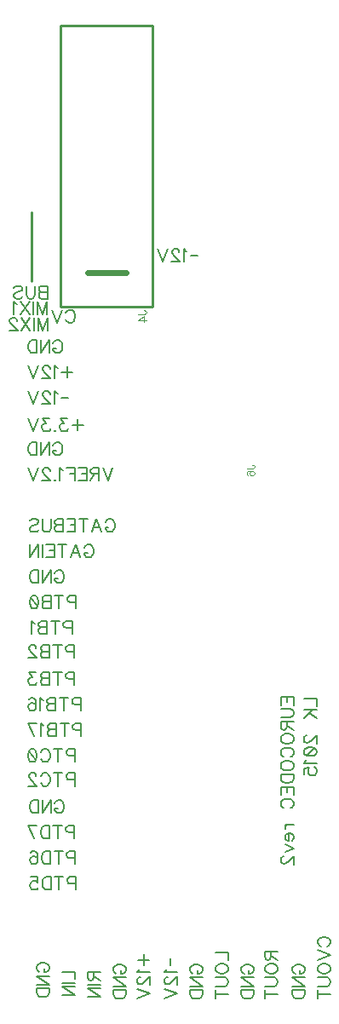
<source format=gbo>
G04 DipTrace 2.4.0.2*
%INcodec_rev2.GBO*%
%MOIN*%
%ADD10C,0.0098*%
%ADD19C,0.024*%
%ADD57C,0.0046*%
%ADD58C,0.0077*%
%FSLAX44Y44*%
G04*
G70*
G90*
G75*
G01*
%LNBotSilk*%
%LPD*%
X5800Y28066D2*
D10*
X2200D1*
Y39066D1*
X5800D1*
Y28066D1*
X3250Y29378D2*
D19*
X4750D1*
X1063Y29066D2*
D10*
Y31753D1*
X5249Y27772D2*
D57*
X5478D1*
X5521Y27786D1*
X5536Y27801D1*
X5550Y27829D1*
Y27858D1*
X5536Y27887D1*
X5521Y27901D1*
X5478Y27916D1*
X5450D1*
X5550Y27536D2*
X5249D1*
X5450Y27679D1*
Y27464D1*
X9490Y21727D2*
X9719D1*
X9762Y21742D1*
X9777Y21756D1*
X9791Y21785D1*
Y21814D1*
X9777Y21842D1*
X9762Y21856D1*
X9719Y21871D1*
X9691D1*
X9533Y21463D2*
X9504Y21477D1*
X9490Y21520D1*
Y21549D1*
X9504Y21592D1*
X9548Y21621D1*
X9619Y21635D1*
X9691D1*
X9748Y21621D1*
X9777Y21592D1*
X9791Y21549D1*
Y21534D1*
X9777Y21492D1*
X9748Y21463D1*
X9705Y21448D1*
X9691D1*
X9648Y21463D1*
X9619Y21492D1*
X9605Y21534D1*
Y21549D1*
X9619Y21592D1*
X9648Y21621D1*
X9691Y21635D1*
X7577Y30058D2*
D58*
X7301D1*
X7147Y30214D2*
X7099Y30238D1*
X7027Y30309D1*
Y29807D1*
X6848Y30190D2*
Y30214D1*
X6824Y30262D1*
X6801Y30285D1*
X6752Y30309D1*
X6657D1*
X6609Y30285D1*
X6586Y30262D1*
X6561Y30214D1*
Y30166D1*
X6586Y30118D1*
X6633Y30047D1*
X6872Y29807D1*
X6537D1*
X6383Y30310D2*
X6192Y29807D1*
X6001Y30310D1*
X1689Y28872D2*
Y28370D1*
X1473D1*
X1401Y28394D1*
X1377Y28418D1*
X1354Y28465D1*
Y28537D1*
X1377Y28585D1*
X1401Y28609D1*
X1473Y28633D1*
X1401Y28657D1*
X1377Y28681D1*
X1354Y28728D1*
Y28776D1*
X1377Y28824D1*
X1401Y28848D1*
X1473Y28872D1*
X1689D1*
Y28633D2*
X1473D1*
X1199Y28872D2*
Y28513D1*
X1176Y28442D1*
X1127Y28394D1*
X1056Y28370D1*
X1008D1*
X936Y28394D1*
X888Y28442D1*
X864Y28513D1*
Y28872D1*
X375Y28800D2*
X423Y28848D1*
X494Y28872D1*
X590D1*
X662Y28848D1*
X710Y28800D1*
Y28753D1*
X686Y28705D1*
X662Y28681D1*
X614Y28657D1*
X471Y28609D1*
X423Y28585D1*
X399Y28561D1*
X375Y28513D1*
Y28442D1*
X423Y28394D1*
X494Y28370D1*
X590D1*
X662Y28394D1*
X710Y28442D1*
X1293Y27745D2*
Y28247D1*
X1484Y27745D1*
X1676Y28247D1*
Y27745D1*
X1139Y28247D2*
Y27745D1*
X984Y28247D2*
X649Y27745D1*
Y28247D2*
X984Y27745D1*
X495Y28151D2*
X447Y28175D1*
X375Y28246D1*
Y27745D1*
X1321Y27120D2*
Y27622D1*
X1512Y27120D1*
X1703Y27622D1*
Y27120D1*
X1166Y27622D2*
Y27120D1*
X1012Y27622D2*
X677Y27120D1*
Y27622D2*
X1012Y27120D1*
X498Y27502D2*
Y27526D1*
X474Y27574D1*
X451Y27598D1*
X403Y27621D1*
X307D1*
X259Y27598D1*
X236Y27574D1*
X211Y27526D1*
Y27478D1*
X236Y27430D1*
X283Y27359D1*
X522Y27120D1*
X188D1*
X1916Y26627D2*
X1940Y26675D1*
X1988Y26723D1*
X2036Y26747D1*
X2131D1*
X2179Y26723D1*
X2227Y26675D1*
X2251Y26627D1*
X2275Y26556D1*
Y26436D1*
X2251Y26364D1*
X2227Y26316D1*
X2179Y26269D1*
X2131Y26244D1*
X2036D1*
X1988Y26269D1*
X1940Y26316D1*
X1916Y26364D1*
Y26436D1*
X2036D1*
X1427Y26747D2*
Y26244D1*
X1762Y26747D1*
Y26244D1*
X1273Y26747D2*
Y26244D1*
X1105D1*
X1033Y26269D1*
X985Y26316D1*
X961Y26364D1*
X938Y26436D1*
Y26556D1*
X961Y26627D1*
X985Y26675D1*
X1033Y26723D1*
X1105Y26747D1*
X1273D1*
X2454Y25711D2*
Y25280D1*
X2669Y25495D2*
X2238D1*
X2084Y25651D2*
X2036Y25675D1*
X1964Y25746D1*
Y25244D1*
X1785Y25627D2*
Y25651D1*
X1761Y25699D1*
X1738Y25722D1*
X1689Y25746D1*
X1594D1*
X1546Y25722D1*
X1523Y25699D1*
X1498Y25651D1*
Y25603D1*
X1523Y25555D1*
X1570Y25484D1*
X1809Y25244D1*
X1474D1*
X1320Y25747D2*
X1129Y25244D1*
X938Y25747D1*
X2514Y24495D2*
X2238D1*
X2084Y24650D2*
X2036Y24675D1*
X1964Y24746D1*
Y24244D1*
X1785Y24627D2*
Y24650D1*
X1761Y24699D1*
X1738Y24722D1*
X1689Y24746D1*
X1594D1*
X1546Y24722D1*
X1523Y24699D1*
X1498Y24650D1*
Y24603D1*
X1523Y24555D1*
X1570Y24484D1*
X1809Y24244D1*
X1474D1*
X1320Y24747D2*
X1129Y24244D1*
X938Y24747D1*
X2871Y23648D2*
Y23217D1*
X3086Y23432D2*
X2656D1*
X2453Y23683D2*
X2191D1*
X2334Y23492D1*
X2262D1*
X2214Y23468D1*
X2191Y23445D1*
X2166Y23373D1*
Y23325D1*
X2191Y23253D1*
X2238Y23205D1*
X2310Y23182D1*
X2382D1*
X2453Y23205D1*
X2477Y23230D1*
X2501Y23277D1*
X1988Y23230D2*
X2012Y23205D1*
X1988Y23182D1*
X1964Y23205D1*
X1988Y23230D1*
X1761Y23683D2*
X1499D1*
X1642Y23492D1*
X1570D1*
X1523Y23468D1*
X1499Y23445D1*
X1474Y23373D1*
Y23325D1*
X1499Y23253D1*
X1546Y23205D1*
X1618Y23182D1*
X1690D1*
X1761Y23205D1*
X1785Y23230D1*
X1809Y23277D1*
X1320Y23684D2*
X1129Y23182D1*
X938Y23684D1*
X1916Y22627D2*
X1940Y22675D1*
X1988Y22723D1*
X2036Y22746D1*
X2131D1*
X2179Y22723D1*
X2227Y22675D1*
X2251Y22627D1*
X2275Y22555D1*
Y22435D1*
X2251Y22364D1*
X2227Y22316D1*
X2179Y22268D1*
X2131Y22244D1*
X2036D1*
X1988Y22268D1*
X1940Y22316D1*
X1916Y22364D1*
Y22435D1*
X2036D1*
X1427Y22746D2*
Y22244D1*
X1762Y22746D1*
Y22244D1*
X1273Y22746D2*
Y22244D1*
X1105D1*
X1033Y22268D1*
X985Y22316D1*
X961Y22364D1*
X938Y22435D1*
Y22555D1*
X961Y22627D1*
X985Y22675D1*
X1033Y22723D1*
X1105Y22746D1*
X1273D1*
X4243Y21746D2*
X4052Y21244D1*
X3860Y21746D1*
X3706Y21507D2*
X3491D1*
X3419Y21531D1*
X3395Y21555D1*
X3371Y21603D1*
Y21651D1*
X3395Y21698D1*
X3419Y21723D1*
X3491Y21746D1*
X3706D1*
Y21244D1*
X3539Y21507D2*
X3371Y21244D1*
X2906Y21746D2*
X3217D1*
Y21244D1*
X2906D1*
X3217Y21507D2*
X3026D1*
X2441Y21746D2*
X2752D1*
Y21244D1*
Y21507D2*
X2561D1*
X2286Y21650D2*
X2238Y21674D1*
X2166Y21746D1*
Y21244D1*
X1988Y21292D2*
X2012Y21268D1*
X1988Y21244D1*
X1964Y21268D1*
X1988Y21292D1*
X1785Y21626D2*
Y21650D1*
X1761Y21698D1*
X1738Y21722D1*
X1689Y21746D1*
X1594D1*
X1546Y21722D1*
X1523Y21698D1*
X1498Y21650D1*
Y21603D1*
X1523Y21555D1*
X1570Y21483D1*
X1809Y21244D1*
X1474D1*
X1320Y21746D2*
X1129Y21244D1*
X938Y21746D1*
X3960Y19627D2*
X3984Y19674D1*
X4032Y19722D1*
X4079Y19746D1*
X4175D1*
X4223Y19722D1*
X4270Y19674D1*
X4295Y19627D1*
X4319Y19555D1*
Y19435D1*
X4295Y19364D1*
X4270Y19316D1*
X4223Y19268D1*
X4175Y19244D1*
X4079D1*
X4032Y19268D1*
X3984Y19316D1*
X3960Y19364D1*
Y19435D1*
X4079D1*
X3422Y19244D2*
X3614Y19746D1*
X3805Y19244D1*
X3734Y19411D2*
X3494D1*
X3101Y19746D2*
Y19244D1*
X3268Y19746D2*
X2933D1*
X2468D2*
X2779D1*
Y19244D1*
X2468D1*
X2779Y19507D2*
X2587D1*
X2314Y19746D2*
Y19244D1*
X2098D1*
X2026Y19268D1*
X2003Y19292D1*
X1979Y19339D1*
Y19411D1*
X2003Y19459D1*
X2026Y19483D1*
X2098Y19507D1*
X2026Y19531D1*
X2003Y19555D1*
X1979Y19602D1*
Y19650D1*
X2003Y19698D1*
X2026Y19722D1*
X2098Y19746D1*
X2314D1*
Y19507D2*
X2098D1*
X1824Y19746D2*
Y19387D1*
X1801Y19316D1*
X1753Y19268D1*
X1681Y19244D1*
X1633D1*
X1561Y19268D1*
X1513Y19316D1*
X1489Y19387D1*
Y19746D1*
X1000Y19674D2*
X1048Y19722D1*
X1119Y19746D1*
X1215D1*
X1287Y19722D1*
X1335Y19674D1*
Y19627D1*
X1311Y19579D1*
X1287Y19555D1*
X1239Y19531D1*
X1096Y19483D1*
X1048Y19459D1*
X1024Y19435D1*
X1000Y19387D1*
Y19316D1*
X1048Y19268D1*
X1119Y19244D1*
X1215D1*
X1287Y19268D1*
X1335Y19316D1*
X3136Y18627D2*
X3159Y18674D1*
X3207Y18722D1*
X3255Y18746D1*
X3351D1*
X3399Y18722D1*
X3446Y18674D1*
X3471Y18627D1*
X3494Y18555D1*
Y18435D1*
X3471Y18364D1*
X3446Y18315D1*
X3399Y18268D1*
X3351Y18244D1*
X3255D1*
X3207Y18268D1*
X3159Y18315D1*
X3136Y18364D1*
Y18435D1*
X3255D1*
X2598Y18244D2*
X2790Y18746D1*
X2981Y18244D1*
X2909Y18411D2*
X2670D1*
X2276Y18746D2*
Y18244D1*
X2444Y18746D2*
X2109D1*
X1644D2*
X1954D1*
Y18244D1*
X1644D1*
X1954Y18507D2*
X1763D1*
X1489Y18746D2*
Y18244D1*
X1000Y18746D2*
Y18244D1*
X1335Y18746D1*
Y18244D1*
X1979Y17627D2*
X2003Y17674D1*
X2051Y17722D1*
X2098Y17746D1*
X2194D1*
X2242Y17722D1*
X2289Y17674D1*
X2314Y17627D1*
X2337Y17555D1*
Y17435D1*
X2314Y17363D1*
X2289Y17315D1*
X2242Y17268D1*
X2194Y17243D1*
X2098D1*
X2051Y17268D1*
X2003Y17315D1*
X1979Y17363D1*
Y17435D1*
X2098D1*
X1489Y17746D2*
Y17243D1*
X1824Y17746D1*
Y17243D1*
X1335Y17746D2*
Y17243D1*
X1168D1*
X1096Y17268D1*
X1048Y17315D1*
X1024Y17363D1*
X1000Y17435D1*
Y17555D1*
X1024Y17627D1*
X1048Y17674D1*
X1096Y17722D1*
X1168Y17746D1*
X1335D1*
X2803Y16483D2*
X2587D1*
X2516Y16506D1*
X2492Y16531D1*
X2468Y16578D1*
Y16650D1*
X2492Y16698D1*
X2516Y16722D1*
X2587Y16746D1*
X2803D1*
Y16243D1*
X2146Y16746D2*
Y16243D1*
X2314Y16746D2*
X1979D1*
X1824D2*
Y16243D1*
X1609D1*
X1537Y16268D1*
X1513Y16291D1*
X1489Y16339D1*
Y16411D1*
X1513Y16459D1*
X1537Y16483D1*
X1609Y16506D1*
X1537Y16531D1*
X1513Y16555D1*
X1489Y16602D1*
Y16650D1*
X1513Y16698D1*
X1537Y16722D1*
X1609Y16746D1*
X1824D1*
Y16506D2*
X1609D1*
X1191Y16745D2*
X1263Y16721D1*
X1311Y16650D1*
X1335Y16530D1*
Y16458D1*
X1311Y16339D1*
X1263Y16267D1*
X1191Y16243D1*
X1144D1*
X1072Y16267D1*
X1024Y16339D1*
X1000Y16458D1*
Y16530D1*
X1024Y16650D1*
X1072Y16721D1*
X1144Y16745D1*
X1191D1*
X1024Y16650D2*
X1311Y16339D1*
X2651Y15483D2*
X2435D1*
X2364Y15506D1*
X2339Y15531D1*
X2316Y15578D1*
Y15650D1*
X2339Y15698D1*
X2364Y15722D1*
X2435Y15746D1*
X2651D1*
Y15243D1*
X1994Y15746D2*
Y15243D1*
X2161Y15746D2*
X1826D1*
X1672D2*
Y15243D1*
X1456D1*
X1384Y15268D1*
X1361Y15291D1*
X1337Y15339D1*
Y15411D1*
X1361Y15459D1*
X1384Y15483D1*
X1456Y15506D1*
X1384Y15531D1*
X1361Y15554D1*
X1337Y15602D1*
Y15650D1*
X1361Y15698D1*
X1384Y15722D1*
X1456Y15746D1*
X1672D1*
Y15506D2*
X1456D1*
X1183Y15650D2*
X1134Y15674D1*
X1063Y15745D1*
Y15243D1*
X2741Y14545D2*
X2525D1*
X2454Y14569D1*
X2429Y14593D1*
X2406Y14641D1*
Y14712D1*
X2429Y14760D1*
X2454Y14784D1*
X2525Y14808D1*
X2741D1*
Y14306D1*
X2084Y14808D2*
Y14306D1*
X2251Y14808D2*
X1916D1*
X1762D2*
Y14306D1*
X1546D1*
X1474Y14330D1*
X1451Y14354D1*
X1427Y14401D1*
Y14473D1*
X1451Y14521D1*
X1474Y14545D1*
X1546Y14569D1*
X1474Y14593D1*
X1451Y14617D1*
X1427Y14664D1*
Y14712D1*
X1451Y14760D1*
X1474Y14784D1*
X1546Y14808D1*
X1762D1*
Y14569D2*
X1546D1*
X1248Y14688D2*
Y14712D1*
X1224Y14760D1*
X1201Y14784D1*
X1153Y14808D1*
X1057D1*
X1009Y14784D1*
X986Y14760D1*
X961Y14712D1*
Y14664D1*
X986Y14616D1*
X1033Y14545D1*
X1273Y14306D1*
X938D1*
X2741Y13482D2*
X2525D1*
X2454Y13506D1*
X2429Y13530D1*
X2406Y13578D1*
Y13650D1*
X2429Y13697D1*
X2454Y13722D1*
X2525Y13745D1*
X2741D1*
Y13243D1*
X2084Y13745D2*
Y13243D1*
X2251Y13745D2*
X1916D1*
X1762D2*
Y13243D1*
X1546D1*
X1474Y13267D1*
X1451Y13291D1*
X1427Y13339D1*
Y13411D1*
X1451Y13459D1*
X1474Y13482D1*
X1546Y13506D1*
X1474Y13530D1*
X1451Y13554D1*
X1427Y13602D1*
Y13650D1*
X1451Y13697D1*
X1474Y13722D1*
X1546Y13745D1*
X1762D1*
Y13506D2*
X1546D1*
X1224Y13745D2*
X962D1*
X1105Y13554D1*
X1033D1*
X986Y13530D1*
X962Y13506D1*
X938Y13434D1*
Y13387D1*
X962Y13315D1*
X1009Y13267D1*
X1081Y13243D1*
X1153D1*
X1224Y13267D1*
X1248Y13291D1*
X1273Y13339D1*
X2991Y12482D2*
X2775D1*
X2704Y12506D1*
X2679Y12530D1*
X2656Y12578D1*
Y12650D1*
X2679Y12697D1*
X2704Y12722D1*
X2775Y12745D1*
X2991D1*
Y12243D1*
X2334Y12745D2*
Y12243D1*
X2501Y12745D2*
X2166D1*
X2012D2*
Y12243D1*
X1796D1*
X1724Y12267D1*
X1701Y12291D1*
X1677Y12339D1*
Y12410D1*
X1701Y12459D1*
X1724Y12482D1*
X1796Y12506D1*
X1724Y12530D1*
X1701Y12554D1*
X1677Y12602D1*
Y12650D1*
X1701Y12697D1*
X1724Y12722D1*
X1796Y12745D1*
X2012D1*
Y12506D2*
X1796D1*
X1523Y12649D2*
X1474Y12674D1*
X1403Y12745D1*
Y12243D1*
X961Y12674D2*
X985Y12721D1*
X1057Y12745D1*
X1105D1*
X1176Y12721D1*
X1224Y12649D1*
X1248Y12530D1*
Y12410D1*
X1224Y12315D1*
X1176Y12267D1*
X1105Y12243D1*
X1081D1*
X1009Y12267D1*
X961Y12315D1*
X938Y12387D1*
Y12410D1*
X961Y12482D1*
X1009Y12530D1*
X1081Y12554D1*
X1105D1*
X1176Y12530D1*
X1224Y12482D1*
X1248Y12410D1*
X3015Y11482D2*
X2799D1*
X2728Y11506D1*
X2704Y11530D1*
X2680Y11578D1*
Y11650D1*
X2704Y11697D1*
X2728Y11721D1*
X2799Y11745D1*
X3015D1*
Y11243D1*
X2358Y11745D2*
Y11243D1*
X2526Y11745D2*
X2191D1*
X2036D2*
Y11243D1*
X1821D1*
X1749Y11267D1*
X1725Y11291D1*
X1701Y11338D1*
Y11410D1*
X1725Y11458D1*
X1749Y11482D1*
X1821Y11506D1*
X1749Y11530D1*
X1725Y11554D1*
X1701Y11602D1*
Y11650D1*
X1725Y11697D1*
X1749Y11721D1*
X1821Y11745D1*
X2036D1*
Y11506D2*
X1821D1*
X1547Y11649D2*
X1499Y11673D1*
X1427Y11745D1*
Y11243D1*
X1177D2*
X938Y11745D1*
X1273D1*
X2764Y10482D2*
X2549D1*
X2477Y10506D1*
X2453Y10530D1*
X2429Y10578D1*
Y10650D1*
X2453Y10697D1*
X2477Y10721D1*
X2549Y10745D1*
X2764D1*
Y10243D1*
X2107Y10745D2*
Y10243D1*
X2275Y10745D2*
X1940D1*
X1427Y10626D2*
X1451Y10673D1*
X1499Y10721D1*
X1546Y10745D1*
X1642D1*
X1690Y10721D1*
X1738Y10673D1*
X1762Y10626D1*
X1786Y10554D1*
Y10434D1*
X1762Y10363D1*
X1738Y10315D1*
X1690Y10267D1*
X1642Y10243D1*
X1546D1*
X1499Y10267D1*
X1451Y10315D1*
X1427Y10363D1*
X1129Y10745D2*
X1201Y10721D1*
X1249Y10649D1*
X1273Y10530D1*
Y10458D1*
X1249Y10338D1*
X1201Y10267D1*
X1129Y10243D1*
X1081D1*
X1009Y10267D1*
X962Y10338D1*
X938Y10458D1*
Y10530D1*
X962Y10649D1*
X1009Y10721D1*
X1081Y10745D1*
X1129D1*
X962Y10649D2*
X1249Y10338D1*
X2764Y9544D2*
X2549D1*
X2477Y9568D1*
X2453Y9593D1*
X2429Y9640D1*
Y9712D1*
X2453Y9759D1*
X2477Y9784D1*
X2549Y9808D1*
X2764D1*
Y9305D1*
X2107Y9808D2*
Y9305D1*
X2275Y9808D2*
X1940D1*
X1427Y9688D2*
X1451Y9736D1*
X1499Y9784D1*
X1546Y9808D1*
X1642D1*
X1690Y9784D1*
X1738Y9736D1*
X1762Y9688D1*
X1786Y9616D1*
Y9496D1*
X1762Y9425D1*
X1738Y9377D1*
X1690Y9329D1*
X1642Y9305D1*
X1546D1*
X1499Y9329D1*
X1451Y9377D1*
X1427Y9425D1*
X1248Y9688D2*
Y9711D1*
X1224Y9759D1*
X1201Y9783D1*
X1153Y9807D1*
X1057D1*
X1009Y9783D1*
X986Y9759D1*
X961Y9711D1*
Y9664D1*
X986Y9616D1*
X1033Y9544D1*
X1273Y9305D1*
X938D1*
X1979Y8626D2*
X2003Y8673D1*
X2051Y8721D1*
X2098Y8745D1*
X2194D1*
X2242Y8721D1*
X2289Y8673D1*
X2314Y8626D1*
X2337Y8554D1*
Y8434D1*
X2314Y8362D1*
X2289Y8314D1*
X2242Y8267D1*
X2194Y8243D1*
X2098D1*
X2051Y8267D1*
X2003Y8314D1*
X1979Y8362D1*
Y8434D1*
X2098D1*
X1489Y8745D2*
Y8243D1*
X1824Y8745D1*
Y8243D1*
X1335Y8745D2*
Y8243D1*
X1168D1*
X1096Y8267D1*
X1048Y8314D1*
X1024Y8362D1*
X1000Y8434D1*
Y8554D1*
X1024Y8626D1*
X1048Y8673D1*
X1096Y8721D1*
X1168Y8745D1*
X1335D1*
X2741Y7482D2*
X2525D1*
X2454Y7506D1*
X2429Y7530D1*
X2406Y7577D1*
Y7649D1*
X2429Y7697D1*
X2454Y7721D1*
X2525Y7745D1*
X2741D1*
Y7242D1*
X2084Y7745D2*
Y7242D1*
X2251Y7745D2*
X1916D1*
X1762D2*
Y7242D1*
X1594D1*
X1523Y7267D1*
X1474Y7314D1*
X1451Y7362D1*
X1427Y7434D1*
Y7554D1*
X1451Y7625D1*
X1474Y7673D1*
X1523Y7721D1*
X1594Y7745D1*
X1762D1*
X1177Y7242D2*
X938Y7744D1*
X1273D1*
X2779Y6482D2*
X2563D1*
X2492Y6505D1*
X2468Y6530D1*
X2444Y6577D1*
Y6649D1*
X2468Y6697D1*
X2492Y6721D1*
X2563Y6745D1*
X2779D1*
Y6242D1*
X2122Y6745D2*
Y6242D1*
X2289Y6745D2*
X1954D1*
X1800D2*
Y6242D1*
X1633D1*
X1561Y6267D1*
X1513Y6314D1*
X1489Y6362D1*
X1465Y6434D1*
Y6553D1*
X1489Y6625D1*
X1513Y6673D1*
X1561Y6721D1*
X1633Y6745D1*
X1800D1*
X1024Y6673D2*
X1048Y6720D1*
X1119Y6744D1*
X1167D1*
X1239Y6720D1*
X1287Y6649D1*
X1311Y6529D1*
Y6410D1*
X1287Y6314D1*
X1239Y6266D1*
X1167Y6242D1*
X1143D1*
X1072Y6266D1*
X1024Y6314D1*
X1000Y6386D1*
Y6410D1*
X1024Y6482D1*
X1072Y6529D1*
X1143Y6553D1*
X1167D1*
X1239Y6529D1*
X1287Y6482D1*
X1311Y6410D1*
X2803Y5482D2*
X2587D1*
X2516Y5505D1*
X2492Y5530D1*
X2468Y5577D1*
Y5649D1*
X2492Y5697D1*
X2516Y5721D1*
X2587Y5745D1*
X2803D1*
Y5242D1*
X2146Y5745D2*
Y5242D1*
X2314Y5745D2*
X1979D1*
X1824D2*
Y5242D1*
X1657D1*
X1585Y5267D1*
X1537Y5314D1*
X1513Y5362D1*
X1489Y5433D1*
Y5553D1*
X1513Y5625D1*
X1537Y5673D1*
X1585Y5721D1*
X1657Y5745D1*
X1824D1*
X1048Y5744D2*
X1287D1*
X1311Y5529D1*
X1287Y5553D1*
X1215Y5577D1*
X1144D1*
X1072Y5553D1*
X1024Y5505D1*
X1000Y5433D1*
Y5386D1*
X1024Y5314D1*
X1072Y5266D1*
X1144Y5242D1*
X1215D1*
X1287Y5266D1*
X1311Y5290D1*
X1335Y5338D1*
X1382Y2023D2*
X1334Y2047D1*
X1286Y2095D1*
X1262Y2142D1*
Y2238D1*
X1286Y2286D1*
X1334Y2333D1*
X1382Y2358D1*
X1454Y2382D1*
X1574D1*
X1645Y2358D1*
X1693Y2333D1*
X1741Y2286D1*
X1765Y2238D1*
Y2142D1*
X1741Y2095D1*
X1693Y2047D1*
X1645Y2023D1*
X1574D1*
Y2142D1*
X1262Y1534D2*
X1765D1*
X1262Y1868D1*
X1765D1*
X1262Y1379D2*
X1765D1*
Y1212D1*
X1741Y1140D1*
X1693Y1092D1*
X1645Y1068D1*
X1574Y1044D1*
X1454D1*
X1382Y1068D1*
X1334Y1092D1*
X1286Y1140D1*
X1262Y1212D1*
Y1379D1*
X2263Y2037D2*
X2765D1*
Y1750D1*
X2263Y1596D2*
X2765D1*
X2263Y1107D2*
X2765D1*
X2263Y1442D1*
X2765D1*
X3502Y2023D2*
Y1808D1*
X3478Y1736D1*
X3454Y1712D1*
X3406Y1688D1*
X3358D1*
X3311Y1712D1*
X3286Y1736D1*
X3263Y1808D1*
Y2023D1*
X3765D1*
X3502Y1855D2*
X3765Y1688D1*
X3263Y1534D2*
X3765D1*
X3263Y1044D2*
X3765D1*
X3263Y1379D1*
X3765D1*
X4382Y1960D2*
X4335Y1984D1*
X4287Y2032D1*
X4263Y2080D1*
Y2175D1*
X4287Y2223D1*
X4335Y2271D1*
X4382Y2295D1*
X4454Y2319D1*
X4574D1*
X4645Y2295D1*
X4693Y2271D1*
X4741Y2223D1*
X4765Y2175D1*
Y2080D1*
X4741Y2032D1*
X4693Y1984D1*
X4645Y1960D1*
X4574D1*
Y2080D1*
X4263Y1471D2*
X4765D1*
X4263Y1806D1*
X4765D1*
X4263Y1317D2*
X4765D1*
Y1149D1*
X4741Y1077D1*
X4693Y1029D1*
X4645Y1005D1*
X4574Y982D1*
X4454D1*
X4382Y1005D1*
X4335Y1029D1*
X4287Y1077D1*
X4263Y1149D1*
Y1317D1*
X5237Y2498D2*
X5667D1*
X5452Y2713D2*
Y2282D1*
X5297Y2128D2*
X5272Y2080D1*
X5201Y2008D1*
X5703D1*
X5320Y1829D2*
X5297D1*
X5248Y1805D1*
X5225Y1782D1*
X5201Y1734D1*
Y1638D1*
X5225Y1590D1*
X5248Y1567D1*
X5297Y1542D1*
X5344D1*
X5392Y1567D1*
X5463Y1614D1*
X5703Y1854D1*
Y1519D1*
X5200Y1364D2*
X5703Y1173D1*
X5200Y982D1*
X6514Y2559D2*
Y2282D1*
X6359Y2128D2*
X6335Y2080D1*
X6264Y2008D1*
X6765D1*
X6383Y1829D2*
X6359D1*
X6311Y1805D1*
X6287Y1782D1*
X6264Y1734D1*
Y1638D1*
X6287Y1590D1*
X6311Y1567D1*
X6359Y1542D1*
X6407D1*
X6455Y1567D1*
X6526Y1614D1*
X6765Y1854D1*
Y1519D1*
X6263Y1364D2*
X6765Y1173D1*
X6263Y982D1*
X7382Y1960D2*
X7335Y1984D1*
X7287Y2032D1*
X7263Y2080D1*
Y2175D1*
X7287Y2223D1*
X7335Y2271D1*
X7382Y2295D1*
X7454Y2319D1*
X7574D1*
X7646Y2295D1*
X7694Y2271D1*
X7741Y2223D1*
X7765Y2175D1*
Y2080D1*
X7741Y2032D1*
X7694Y1984D1*
X7646Y1960D1*
X7574D1*
Y2080D1*
X7263Y1471D2*
X7765D1*
X7263Y1806D1*
X7765D1*
X7263Y1317D2*
X7765D1*
Y1149D1*
X7741Y1077D1*
X7694Y1029D1*
X7646Y1005D1*
X7574Y982D1*
X7454D1*
X7382Y1005D1*
X7335Y1029D1*
X7287Y1077D1*
X7263Y1149D1*
Y1317D1*
X8263Y2784D2*
X8766D1*
Y2497D1*
X8263Y2199D2*
X8287Y2247D1*
X8335Y2295D1*
X8383Y2319D1*
X8454Y2343D1*
X8574D1*
X8646Y2319D1*
X8694Y2295D1*
X8741Y2247D1*
X8766Y2199D1*
Y2104D1*
X8741Y2056D1*
X8694Y2008D1*
X8646Y1984D1*
X8574Y1960D1*
X8454D1*
X8383Y1984D1*
X8335Y2008D1*
X8287Y2056D1*
X8263Y2104D1*
Y2199D1*
Y1806D2*
X8622D1*
X8694Y1782D1*
X8741Y1734D1*
X8766Y1662D1*
Y1615D1*
X8741Y1543D1*
X8694Y1495D1*
X8622Y1471D1*
X8263D1*
Y1149D2*
X8766D1*
X8263Y1317D2*
Y982D1*
X9383Y1960D2*
X9335Y1984D1*
X9287Y2032D1*
X9263Y2080D1*
Y2175D1*
X9287Y2223D1*
X9335Y2271D1*
X9383Y2295D1*
X9455Y2319D1*
X9574D1*
X9646Y2295D1*
X9694Y2271D1*
X9741Y2223D1*
X9766Y2175D1*
Y2080D1*
X9741Y2032D1*
X9694Y1984D1*
X9646Y1960D1*
X9574D1*
Y2080D1*
X9263Y1471D2*
X9766D1*
X9263Y1806D1*
X9766D1*
X9263Y1317D2*
X9766D1*
Y1149D1*
X9741Y1077D1*
X9694Y1029D1*
X9646Y1005D1*
X9574Y982D1*
X9455D1*
X9383Y1005D1*
X9335Y1029D1*
X9287Y1077D1*
X9263Y1149D1*
Y1317D1*
X10440Y2832D2*
Y2617D1*
X10416Y2545D1*
X10392Y2521D1*
X10345Y2497D1*
X10297D1*
X10249Y2521D1*
X10225Y2545D1*
X10201Y2617D1*
Y2832D1*
X10703D1*
X10440Y2665D2*
X10703Y2497D1*
X10201Y2199D2*
X10225Y2247D1*
X10273Y2295D1*
X10320Y2319D1*
X10392Y2343D1*
X10512D1*
X10583Y2319D1*
X10631Y2295D1*
X10679Y2247D1*
X10703Y2199D1*
Y2104D1*
X10679Y2056D1*
X10631Y2008D1*
X10583Y1984D1*
X10512Y1960D1*
X10392D1*
X10320Y1984D1*
X10273Y2008D1*
X10225Y2056D1*
X10201Y2104D1*
Y2199D1*
Y1806D2*
X10560D1*
X10631Y1782D1*
X10679Y1734D1*
X10703Y1662D1*
Y1615D1*
X10679Y1543D1*
X10631Y1495D1*
X10560Y1471D1*
X10201D1*
Y1149D2*
X10703D1*
X10201Y1317D2*
Y982D1*
X11383Y1960D2*
X11335Y1984D1*
X11287Y2032D1*
X11263Y2080D1*
Y2175D1*
X11287Y2223D1*
X11335Y2271D1*
X11383Y2295D1*
X11455Y2319D1*
X11575D1*
X11646Y2295D1*
X11694Y2271D1*
X11742Y2223D1*
X11766Y2175D1*
Y2080D1*
X11742Y2032D1*
X11694Y1984D1*
X11646Y1960D1*
X11575D1*
Y2080D1*
X11263Y1471D2*
X11766D1*
X11263Y1806D1*
X11766D1*
X11263Y1317D2*
X11766D1*
Y1149D1*
X11742Y1077D1*
X11694Y1029D1*
X11646Y1005D1*
X11575Y982D1*
X11455D1*
X11383Y1005D1*
X11335Y1029D1*
X11287Y1077D1*
X11263Y1149D1*
Y1317D1*
X12383Y3034D2*
X12335Y3058D1*
X12287Y3106D1*
X12264Y3153D1*
Y3249D1*
X12287Y3297D1*
X12335Y3345D1*
X12383Y3369D1*
X12455Y3393D1*
X12575D1*
X12646Y3369D1*
X12694Y3345D1*
X12742Y3297D1*
X12766Y3249D1*
Y3153D1*
X12742Y3106D1*
X12694Y3058D1*
X12646Y3034D1*
X12264Y2880D2*
X12766Y2688D1*
X12264Y2497D1*
Y2199D2*
X12287Y2247D1*
X12335Y2295D1*
X12383Y2319D1*
X12455Y2343D1*
X12575D1*
X12646Y2319D1*
X12694Y2295D1*
X12742Y2247D1*
X12766Y2199D1*
Y2104D1*
X12742Y2056D1*
X12694Y2008D1*
X12646Y1984D1*
X12575Y1960D1*
X12455D1*
X12383Y1984D1*
X12335Y2008D1*
X12287Y2056D1*
X12264Y2104D1*
Y2199D1*
Y1806D2*
X12622D1*
X12694Y1782D1*
X12742Y1734D1*
X12766Y1662D1*
Y1615D1*
X12742Y1543D1*
X12694Y1495D1*
X12622Y1471D1*
X12264D1*
Y1149D2*
X12766D1*
X12264Y1317D2*
Y982D1*
X10823Y12472D2*
Y12782D1*
X11326D1*
Y12472D1*
X11063Y12782D2*
Y12591D1*
X10823Y12317D2*
X11182D1*
X11254Y12294D1*
X11301Y12246D1*
X11326Y12174D1*
Y12126D1*
X11301Y12054D1*
X11254Y12006D1*
X11182Y11983D1*
X10823D1*
X11063Y11828D2*
Y11613D1*
X11038Y11541D1*
X11014Y11517D1*
X10967Y11493D1*
X10919D1*
X10871Y11517D1*
X10847Y11541D1*
X10823Y11613D1*
Y11828D1*
X11326D1*
X11063Y11661D2*
X11326Y11493D1*
X10823Y11195D2*
X10847Y11243D1*
X10895Y11291D1*
X10943Y11315D1*
X11014Y11339D1*
X11134D1*
X11206Y11315D1*
X11254Y11291D1*
X11301Y11243D1*
X11326Y11195D1*
Y11099D1*
X11301Y11052D1*
X11254Y11004D1*
X11206Y10980D1*
X11134Y10956D1*
X11014D1*
X10943Y10980D1*
X10895Y11004D1*
X10847Y11052D1*
X10823Y11099D1*
Y11195D1*
X10943Y10443D2*
X10895Y10467D1*
X10847Y10515D1*
X10823Y10563D1*
Y10658D1*
X10847Y10706D1*
X10895Y10754D1*
X10943Y10778D1*
X11014Y10802D1*
X11134D1*
X11206Y10778D1*
X11254Y10754D1*
X11301Y10706D1*
X11326Y10658D1*
Y10563D1*
X11301Y10515D1*
X11254Y10467D1*
X11206Y10443D1*
X10823Y10145D2*
X10847Y10193D1*
X10895Y10241D1*
X10943Y10265D1*
X11014Y10289D1*
X11134D1*
X11206Y10265D1*
X11254Y10241D1*
X11301Y10193D1*
X11326Y10145D1*
Y10050D1*
X11301Y10002D1*
X11254Y9954D1*
X11206Y9930D1*
X11134Y9906D1*
X11014D1*
X10943Y9930D1*
X10895Y9954D1*
X10847Y10002D1*
X10823Y10050D1*
Y10145D1*
Y9752D2*
X11326D1*
Y9585D1*
X11301Y9513D1*
X11254Y9465D1*
X11206Y9441D1*
X11134Y9417D1*
X11014D1*
X10943Y9441D1*
X10895Y9465D1*
X10847Y9513D1*
X10823Y9585D1*
Y9752D1*
Y8952D2*
Y9263D1*
X11326D1*
Y8952D1*
X11063Y9263D2*
Y9071D1*
X10943Y8439D2*
X10895Y8463D1*
X10847Y8511D1*
X10823Y8558D1*
Y8654D1*
X10847Y8702D1*
X10895Y8750D1*
X10943Y8774D1*
X11014Y8798D1*
X11134D1*
X11206Y8774D1*
X11254Y8750D1*
X11301Y8702D1*
X11326Y8654D1*
Y8558D1*
X11301Y8511D1*
X11254Y8463D1*
X11206Y8439D1*
X10991Y7799D2*
X11326D1*
X11134D2*
X11063Y7774D1*
X11014Y7727D1*
X10991Y7679D1*
Y7607D1*
X11134Y7452D2*
Y7166D1*
X11086D1*
X11038Y7189D1*
X11014Y7213D1*
X10991Y7261D1*
Y7333D1*
X11014Y7381D1*
X11063Y7429D1*
X11134Y7452D1*
X11182D1*
X11254Y7429D1*
X11301Y7381D1*
X11326Y7333D1*
Y7261D1*
X11301Y7213D1*
X11254Y7166D1*
X10991Y7011D2*
X11326Y6867D1*
X10991Y6724D1*
X10943Y6546D2*
X10919D1*
X10871Y6522D1*
X10848Y6498D1*
X10824Y6450D1*
Y6354D1*
X10848Y6307D1*
X10871Y6283D1*
X10919Y6259D1*
X10967D1*
X11015Y6283D1*
X11086Y6331D1*
X11326Y6570D1*
Y6235D1*
X11722Y12716D2*
X12224D1*
Y12429D1*
X11722Y12275D2*
X12224D1*
X11722Y11940D2*
X12057Y12275D1*
X11937Y12156D2*
X12224Y11940D1*
X11842Y11275D2*
X11818D1*
X11770Y11251D1*
X11746Y11228D1*
X11723Y11180D1*
Y11084D1*
X11746Y11036D1*
X11770Y11013D1*
X11818Y10988D1*
X11866D1*
X11914Y11013D1*
X11985Y11060D1*
X12224Y11300D1*
Y10965D1*
X11723Y10667D2*
X11746Y10738D1*
X11818Y10786D1*
X11938Y10810D1*
X12009D1*
X12129Y10786D1*
X12201Y10738D1*
X12224Y10667D1*
Y10619D1*
X12201Y10547D1*
X12129Y10500D1*
X12009Y10475D1*
X11938D1*
X11818Y10500D1*
X11746Y10547D1*
X11723Y10619D1*
Y10667D1*
X11818Y10500D2*
X12129Y10786D1*
X11818Y10321D2*
X11794Y10273D1*
X11723Y10201D1*
X12224D1*
X11723Y9760D2*
Y9999D1*
X11938Y10022D1*
X11914Y9999D1*
X11889Y9927D1*
Y9855D1*
X11914Y9784D1*
X11961Y9735D1*
X12033Y9712D1*
X12081D1*
X12153Y9735D1*
X12201Y9784D1*
X12224Y9855D1*
Y9927D1*
X12201Y9999D1*
X12176Y10022D1*
X12129Y10047D1*
X2412Y27815D2*
X2436Y27863D1*
X2484Y27911D1*
X2531Y27934D1*
X2627D1*
X2675Y27911D1*
X2723Y27863D1*
X2747Y27815D1*
X2771Y27743D1*
Y27623D1*
X2747Y27552D1*
X2723Y27504D1*
X2675Y27456D1*
X2627Y27432D1*
X2531D1*
X2484Y27456D1*
X2436Y27504D1*
X2412Y27552D1*
X2258Y27934D2*
X2066Y27432D1*
X1875Y27934D1*
M02*

</source>
